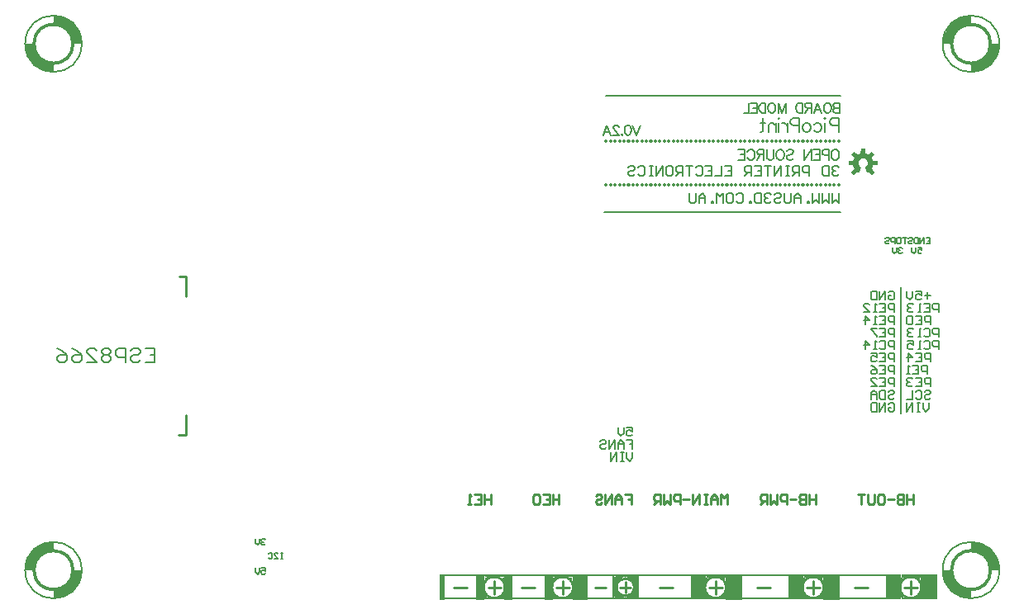
<source format=gbo>
G04 Layer_Color=32896*
%FSLAX44Y44*%
%MOMM*%
G71*
G01*
G75*
%ADD54C,0.3000*%
%ADD55C,0.2000*%
%ADD95C,0.1500*%
%ADD96C,0.1270*%
%ADD98C,0.2540*%
%ADD104R,0.2540X0.2881*%
%ADD105R,0.1778X0.1270*%
%ADD106R,0.3169X0.1119*%
%ADD107R,0.1270X0.3862*%
%ADD108R,0.5080X0.3810*%
%ADD109R,0.3810X0.3810*%
%ADD110R,0.2540X0.3810*%
%ADD111R,0.2540X0.3532*%
%ADD113R,2.1590X0.2088*%
%ADD118R,2.1590X0.2870*%
%ADD120R,0.8110X2.5000*%
%ADD123R,0.2730X2.5230*%
%ADD124R,0.3090X2.5230*%
%ADD125R,2.1590X0.2318*%
%ADD126R,0.2540X0.3111*%
%ADD186C,0.2032*%
%ADD187R,1.5240X2.5500*%
%ADD188R,1.6580X2.5500*%
%ADD189R,2.1590X0.3370*%
%ADD190R,1.6580X2.5000*%
%ADD191R,46.3000X0.2000*%
%ADD192R,45.6000X0.2000*%
%ADD193R,1.6260X2.5000*%
%ADD194R,0.9260X2.5000*%
%ADD195R,0.6000X2.5000*%
G36*
X949850Y26750D02*
X951150Y25450D01*
Y21550D01*
X955050Y17650D01*
Y17000D01*
X959600Y12450D01*
X960900D01*
X962850Y10500D01*
X969500D01*
X970000Y10000D01*
Y1000D01*
X965200D01*
X962850Y2050D01*
X958950Y2700D01*
X957000Y4650D01*
X955050D01*
X950500Y9200D01*
X949850D01*
X945300Y13750D01*
Y15700D01*
X943350Y17650D01*
Y20250D01*
X941400Y22200D01*
Y26750D01*
X940750Y27400D01*
Y30000D01*
X949850D01*
Y26750D01*
D02*
G37*
G36*
X30000Y50150D02*
X26750D01*
X25450Y48850D01*
X21550D01*
X17650Y44950D01*
X17000D01*
X12450Y40400D01*
Y39100D01*
X10500Y37150D01*
Y30500D01*
X10000Y30000D01*
X1000D01*
Y34800D01*
X2050Y37150D01*
X2700Y41050D01*
X4650Y43000D01*
Y44950D01*
X9200Y49500D01*
Y50150D01*
X13750Y54700D01*
X15700D01*
X17650Y56650D01*
X20250D01*
X22200Y58600D01*
X26750D01*
X27400Y59250D01*
X30000D01*
Y50150D01*
D02*
G37*
G36*
X59000Y25200D02*
X57950Y22850D01*
X57300Y18950D01*
X55350Y17000D01*
Y15050D01*
X50800Y10500D01*
Y9850D01*
X46250Y5300D01*
X44300D01*
X42350Y3350D01*
X39750D01*
X37800Y1400D01*
X33250D01*
X32600Y750D01*
X30000D01*
Y9850D01*
X33250D01*
X34550Y11150D01*
X38450D01*
X42350Y15050D01*
X43000D01*
X47550Y19600D01*
Y20900D01*
X49500Y22850D01*
Y29500D01*
X50000Y30000D01*
X59000D01*
Y25200D01*
D02*
G37*
G36*
X614000Y23000D02*
X608900Y17200D01*
X607100Y12478D01*
X610556Y6156D01*
X614700Y3600D01*
X615400Y500D01*
X607100Y1800D01*
X606200D01*
X603250Y4750D01*
X603100Y23000D01*
X614000Y23000D01*
D02*
G37*
G36*
X628650Y4750D02*
X625700Y1800D01*
X624800D01*
X616500Y500D01*
X617200Y3600D01*
X621344Y6156D01*
X624800Y12478D01*
X623000Y17200D01*
X618000Y23000D01*
X628800Y23000D01*
X628650Y4750D01*
D02*
G37*
G36*
X977150Y57950D02*
X981050Y57300D01*
X983000Y55350D01*
X984950D01*
X989500Y50800D01*
X990150D01*
X994700Y46250D01*
Y44300D01*
X996650Y42350D01*
Y39750D01*
X998600Y37800D01*
Y33250D01*
X999250Y32600D01*
Y30000D01*
X990150D01*
Y33250D01*
X988850Y34550D01*
Y38450D01*
X984950Y42350D01*
Y43000D01*
X980400Y47550D01*
X979100D01*
X977150Y49500D01*
X970500D01*
X970000Y50000D01*
Y59000D01*
X974800D01*
X977150Y57950D01*
D02*
G37*
G36*
X37150Y597950D02*
X41050Y597300D01*
X43000Y595350D01*
X44950D01*
X49500Y590800D01*
X50150D01*
X54700Y586250D01*
Y584300D01*
X56650Y582350D01*
Y579750D01*
X58600Y577800D01*
Y573250D01*
X59250Y572600D01*
Y570000D01*
X50150D01*
Y573250D01*
X48850Y574550D01*
Y578450D01*
X44950Y582350D01*
Y583000D01*
X40400Y587550D01*
X39100D01*
X37150Y589500D01*
X30500D01*
X30000Y590000D01*
Y599000D01*
X34800D01*
X37150Y597950D01*
D02*
G37*
G36*
X970000Y590150D02*
X966750D01*
X965450Y588850D01*
X961550D01*
X957650Y584950D01*
X957000D01*
X952450Y580400D01*
Y579100D01*
X950500Y577150D01*
Y570500D01*
X950000Y570000D01*
X941000D01*
Y574800D01*
X942050Y577150D01*
X942700Y581050D01*
X944650Y583000D01*
Y584950D01*
X949200Y589500D01*
Y590150D01*
X953750Y594700D01*
X955700D01*
X957650Y596650D01*
X960250D01*
X962200Y598600D01*
X966750D01*
X967400Y599250D01*
X970000D01*
Y590150D01*
D02*
G37*
G36*
X9850Y566750D02*
X11150Y565450D01*
Y561550D01*
X15050Y557650D01*
Y557000D01*
X19600Y552450D01*
X20900D01*
X22850Y550500D01*
X29500D01*
X30000Y550000D01*
Y541000D01*
X25200D01*
X22850Y542050D01*
X18950Y542700D01*
X17000Y544650D01*
X15050D01*
X10500Y549200D01*
X9850D01*
X5300Y553750D01*
Y555700D01*
X3350Y557650D01*
Y560250D01*
X1400Y562200D01*
Y566750D01*
X750Y567400D01*
Y570000D01*
X9850D01*
Y566750D01*
D02*
G37*
G36*
X861820Y457660D02*
X862236Y457568D01*
X863050Y457315D01*
X863840Y456996D01*
X864602Y456613D01*
X864965Y456390D01*
X868735Y459438D01*
X871320Y456898D01*
X868246Y453088D01*
X868471Y452737D01*
X868861Y452001D01*
X869188Y451235D01*
X869451Y450445D01*
X869549Y450040D01*
X869549D01*
X874388Y449532D01*
Y445672D01*
X869549Y445180D01*
X869453Y444763D01*
X869192Y443948D01*
X868865Y443158D01*
X868473Y442398D01*
X868246Y442035D01*
D01*
Y442035D01*
Y442035D01*
X871320Y438265D01*
X868735Y435680D01*
X864965Y438754D01*
X864784Y438641D01*
X864412Y438429D01*
X864032Y438234D01*
X863644Y438054D01*
X863447Y437972D01*
X861294Y443169D01*
X861910Y443479D01*
X862974Y444352D01*
X863738Y445496D01*
X864137Y446812D01*
X864188Y447500D01*
X864124Y448362D01*
X863545Y449982D01*
X862431Y451294D01*
X860927Y452130D01*
X859225Y452383D01*
X857543Y452020D01*
X856097Y451087D01*
X855071Y449706D01*
X854598Y448051D01*
X854738Y446336D01*
X855473Y444780D01*
X856710Y443583D01*
X857468Y443169D01*
X857468Y443169D01*
X855436Y437972D01*
X855238Y438054D01*
X854848Y438233D01*
X854467Y438429D01*
X854094Y438641D01*
X853912Y438754D01*
Y438754D01*
X850102Y435680D01*
X847562Y438265D01*
X850610Y442035D01*
X850387Y442398D01*
X850004Y443159D01*
X849685Y443950D01*
X849432Y444764D01*
X849340Y445180D01*
X849340Y445180D01*
X844514Y445672D01*
Y449532D01*
X849340Y450040D01*
X849434Y450444D01*
X849689Y451234D01*
X850008Y452000D01*
X850389Y452737D01*
X850610Y453088D01*
X847562Y456898D01*
X850102Y459438D01*
X853912Y456390D01*
X854263Y456611D01*
X855000Y456992D01*
X855766Y457311D01*
X856556Y457566D01*
X856960Y457660D01*
X856960Y457660D01*
X857468Y462486D01*
X861328D01*
X861820Y457660D01*
D02*
G37*
G36*
X999000Y565200D02*
X997950Y562850D01*
X997300Y558950D01*
X995350Y557000D01*
Y555050D01*
X990800Y550500D01*
Y549850D01*
X986250Y545300D01*
X984300D01*
X982350Y543350D01*
X979750D01*
X977800Y541400D01*
X973250D01*
X972600Y540750D01*
X970000D01*
Y549850D01*
X973250D01*
X974550Y551150D01*
X978450D01*
X982350Y555050D01*
X983000D01*
X987550Y559600D01*
Y560900D01*
X989500Y562850D01*
Y569500D01*
X990000Y570000D01*
X999000D01*
Y565200D01*
D02*
G37*
D54*
X990000Y30000D02*
G03*
X990000Y30000I-20000J0D01*
G01*
X50000D02*
G03*
X50000Y30000I-20000J0D01*
G01*
X990000Y570000D02*
G03*
X990000Y570000I-20000J0D01*
G01*
X50000D02*
G03*
X50000Y570000I-20000J0D01*
G01*
D55*
X897890Y190500D02*
Y320040D01*
X885312Y213037D02*
X886812Y214537D01*
X889810D01*
X891310Y213037D01*
Y211538D01*
X889810Y210039D01*
X886812D01*
X885312Y208539D01*
Y207040D01*
X886812Y205540D01*
X889810D01*
X891310Y207040D01*
X882313Y214537D02*
Y205540D01*
X877814D01*
X876315Y207040D01*
Y213037D01*
X877814Y214537D01*
X882313D01*
X873316Y205540D02*
Y211538D01*
X870317Y214537D01*
X867318Y211538D01*
Y205540D01*
Y210039D01*
X873316D01*
X922387Y213037D02*
X923886Y214537D01*
X926885D01*
X928385Y213037D01*
Y211538D01*
X926885Y210039D01*
X923886D01*
X922387Y208539D01*
Y207040D01*
X923886Y205540D01*
X926885D01*
X928385Y207040D01*
X913390Y213037D02*
X914889Y214537D01*
X917888D01*
X919388Y213037D01*
Y207040D01*
X917888Y205540D01*
X914889D01*
X913390Y207040D01*
X910391Y214537D02*
Y205540D01*
X904393D01*
X617181Y176487D02*
X623180D01*
Y171988D01*
X620181Y173488D01*
X618681D01*
X617181Y171988D01*
Y168989D01*
X618681Y167489D01*
X621680D01*
X623180Y168989D01*
X614182Y176487D02*
Y170488D01*
X611183Y167489D01*
X608184Y170488D01*
Y176487D01*
X623180Y150687D02*
Y144689D01*
X620181Y141690D01*
X617181Y144689D01*
Y150687D01*
X614182D02*
X611183D01*
X612683D01*
Y141690D01*
X614182D01*
X611183D01*
X606685D02*
Y150687D01*
X600687Y141690D01*
Y150687D01*
X617181Y163587D02*
X623180D01*
Y159088D01*
X620181D01*
X623180D01*
Y154590D01*
X614182D02*
Y160588D01*
X611183Y163587D01*
X608184Y160588D01*
Y154590D01*
Y159088D01*
X614182D01*
X605185Y154590D02*
Y163587D01*
X599187Y154590D01*
Y163587D01*
X590190Y162087D02*
X591690Y163587D01*
X594689D01*
X596188Y162087D01*
Y160588D01*
X594689Y159088D01*
X591690D01*
X590190Y157589D01*
Y156089D01*
X591690Y154590D01*
X594689D01*
X596188Y156089D01*
X928385Y311838D02*
X922387D01*
X925386Y314838D02*
Y308839D01*
X913390Y316337D02*
X919388D01*
Y311838D01*
X916389Y313338D01*
X914889D01*
X913390Y311838D01*
Y308839D01*
X914889Y307340D01*
X917888D01*
X919388Y308839D01*
X910391Y316337D02*
Y310339D01*
X907392Y307340D01*
X904393Y310339D01*
Y316337D01*
X885312Y314838D02*
X886812Y316337D01*
X889810D01*
X891310Y314838D01*
Y308839D01*
X889810Y307340D01*
X886812D01*
X885312Y308839D01*
Y311838D01*
X888311D01*
X882313Y307340D02*
Y316337D01*
X876315Y307340D01*
Y316337D01*
X873316D02*
Y307340D01*
X868817D01*
X867318Y308839D01*
Y314838D01*
X868817Y316337D01*
X873316D01*
X936715Y294640D02*
Y303637D01*
X932217D01*
X930717Y302138D01*
Y299139D01*
X932217Y297639D01*
X936715D01*
X921720Y303637D02*
X927718D01*
Y294640D01*
X921720D01*
X927718Y299139D02*
X924719D01*
X918721Y294640D02*
X915722D01*
X917222D01*
Y303637D01*
X918721Y302138D01*
X911224D02*
X909724Y303637D01*
X906725D01*
X905226Y302138D01*
Y300638D01*
X906725Y299139D01*
X908225D01*
X906725D01*
X905226Y297639D01*
Y296140D01*
X906725Y294640D01*
X909724D01*
X911224Y296140D01*
X928385Y281940D02*
Y290937D01*
X923886D01*
X922387Y289438D01*
Y286439D01*
X923886Y284939D01*
X928385D01*
X913390Y290937D02*
X919388D01*
Y281940D01*
X913390D01*
X919388Y286439D02*
X916389D01*
X910391Y289438D02*
X908891Y290937D01*
X905892D01*
X904393Y289438D01*
Y283440D01*
X905892Y281940D01*
X908891D01*
X910391Y283440D01*
Y289438D01*
X936715Y269240D02*
Y278237D01*
X932217D01*
X930717Y276738D01*
Y273738D01*
X932217Y272239D01*
X936715D01*
X921720Y276738D02*
X923220Y278237D01*
X926219D01*
X927718Y276738D01*
Y270739D01*
X926219Y269240D01*
X923220D01*
X921720Y270739D01*
X918721Y269240D02*
X915722D01*
X917222D01*
Y278237D01*
X918721Y276738D01*
X911224D02*
X909724Y278237D01*
X906725D01*
X905226Y276738D01*
Y275238D01*
X906725Y273738D01*
X908225D01*
X906725D01*
X905226Y272239D01*
Y270739D01*
X906725Y269240D01*
X909724D01*
X911224Y270739D01*
X936715Y256540D02*
Y265537D01*
X932217D01*
X930717Y264038D01*
Y261038D01*
X932217Y259539D01*
X936715D01*
X921720Y264038D02*
X923220Y265537D01*
X926219D01*
X927718Y264038D01*
Y258039D01*
X926219Y256540D01*
X923220D01*
X921720Y258039D01*
X918721Y256540D02*
X915722D01*
X917222D01*
Y265537D01*
X918721Y264038D01*
X905226Y265537D02*
X911224D01*
Y261038D01*
X908225Y262538D01*
X906725D01*
X905226Y261038D01*
Y258039D01*
X906725Y256540D01*
X909724D01*
X911224Y258039D01*
X928385Y243840D02*
Y252837D01*
X923886D01*
X922387Y251338D01*
Y248339D01*
X923886Y246839D01*
X928385D01*
X913390Y252837D02*
X919388D01*
Y243840D01*
X913390D01*
X919388Y248339D02*
X916389D01*
X905892Y243840D02*
Y252837D01*
X910391Y248339D01*
X904393D01*
X925053Y231140D02*
Y240137D01*
X920554D01*
X919054Y238638D01*
Y235639D01*
X920554Y234139D01*
X925053D01*
X910057Y240137D02*
X916056D01*
Y231140D01*
X910057D01*
X916056Y235639D02*
X913056D01*
X907058Y231140D02*
X904059D01*
X905559D01*
Y240137D01*
X907058Y238638D01*
X928385Y218440D02*
Y227437D01*
X923886D01*
X922387Y225938D01*
Y222938D01*
X923886Y221439D01*
X928385D01*
X913390Y227437D02*
X919388D01*
Y218440D01*
X913390D01*
X919388Y222938D02*
X916389D01*
X910391Y225938D02*
X908891Y227437D01*
X905892D01*
X904393Y225938D01*
Y224438D01*
X905892Y222938D01*
X907392D01*
X905892D01*
X904393Y221439D01*
Y219939D01*
X905892Y218440D01*
X908891D01*
X910391Y219939D01*
X926719Y201537D02*
Y195539D01*
X923720Y192540D01*
X920721Y195539D01*
Y201537D01*
X917722D02*
X914723D01*
X916222D01*
Y192540D01*
X917722D01*
X914723D01*
X910224D02*
Y201537D01*
X904226Y192540D01*
Y201537D01*
X891310Y294640D02*
Y303637D01*
X886812D01*
X885312Y302138D01*
Y299139D01*
X886812Y297639D01*
X891310D01*
X876315Y303637D02*
X882313D01*
Y294640D01*
X876315D01*
X882313Y299139D02*
X879314D01*
X873316Y294640D02*
X870317D01*
X871816D01*
Y303637D01*
X873316Y302138D01*
X859820Y294640D02*
X865818D01*
X859820Y300638D01*
Y302138D01*
X861320Y303637D01*
X864319D01*
X865818Y302138D01*
X891310Y281940D02*
Y290937D01*
X886812D01*
X885312Y289438D01*
Y286439D01*
X886812Y284939D01*
X891310D01*
X876315Y290937D02*
X882313D01*
Y281940D01*
X876315D01*
X882313Y286439D02*
X879314D01*
X873316Y281940D02*
X870317D01*
X871816D01*
Y290937D01*
X873316Y289438D01*
X861320Y281940D02*
Y290937D01*
X865818Y286439D01*
X859820D01*
X891310Y269240D02*
Y278237D01*
X886812D01*
X885312Y276738D01*
Y273738D01*
X886812Y272239D01*
X891310D01*
X876315Y278237D02*
X882313D01*
Y269240D01*
X876315D01*
X882313Y273738D02*
X879314D01*
X873316Y278237D02*
X867318D01*
Y276738D01*
X873316Y270739D01*
Y269240D01*
X891310Y256540D02*
Y265537D01*
X886812D01*
X885312Y264038D01*
Y261038D01*
X886812Y259539D01*
X891310D01*
X876315Y264038D02*
X877814Y265537D01*
X880813D01*
X882313Y264038D01*
Y258039D01*
X880813Y256540D01*
X877814D01*
X876315Y258039D01*
X873316Y256540D02*
X870317D01*
X871816D01*
Y265537D01*
X873316Y264038D01*
X861320Y256540D02*
Y265537D01*
X865818Y261038D01*
X859820D01*
X891310Y243840D02*
Y252837D01*
X886812D01*
X885312Y251338D01*
Y248339D01*
X886812Y246839D01*
X891310D01*
X876315Y252837D02*
X882313D01*
Y243840D01*
X876315D01*
X882313Y248339D02*
X879314D01*
X867318Y252837D02*
X873316D01*
Y248339D01*
X870317Y249838D01*
X868817D01*
X867318Y248339D01*
Y245340D01*
X868817Y243840D01*
X871816D01*
X873316Y245340D01*
X891310Y231140D02*
Y240137D01*
X886812D01*
X885312Y238638D01*
Y235639D01*
X886812Y234139D01*
X891310D01*
X876315Y240137D02*
X882313D01*
Y231140D01*
X876315D01*
X882313Y235639D02*
X879314D01*
X867318Y240137D02*
X870317Y238638D01*
X873316Y235639D01*
Y232640D01*
X871816Y231140D01*
X868817D01*
X867318Y232640D01*
Y234139D01*
X868817Y235639D01*
X873316D01*
X891310Y218440D02*
Y227437D01*
X886812D01*
X885312Y225938D01*
Y222938D01*
X886812Y221439D01*
X891310D01*
X876315Y227437D02*
X882313D01*
Y218440D01*
X876315D01*
X882313Y222938D02*
X879314D01*
X867318Y218440D02*
X873316D01*
X867318Y224438D01*
Y225938D01*
X868817Y227437D01*
X871816D01*
X873316Y225938D01*
X885312Y200038D02*
X886812Y201537D01*
X889810D01*
X891310Y200038D01*
Y194039D01*
X889810Y192540D01*
X886812D01*
X885312Y194039D01*
Y197038D01*
X888311D01*
X882313Y192540D02*
Y201537D01*
X876315Y192540D01*
Y201537D01*
X873316D02*
Y192540D01*
X868817D01*
X867318Y194039D01*
Y200038D01*
X868817Y201537D01*
X873316D01*
X834494Y486179D02*
X828508D01*
X826513Y486844D01*
X825848Y487509D01*
X825183Y488839D01*
Y490835D01*
X825848Y492165D01*
X826513Y492830D01*
X828508Y493495D01*
X834494D01*
Y479528D01*
X820726Y493495D02*
X820061Y492830D01*
X819396Y493495D01*
X820061Y494160D01*
X820726Y493495D01*
X820061Y488839D02*
Y479528D01*
X808954Y486844D02*
X810285Y488174D01*
X811615Y488839D01*
X813610D01*
X814940Y488174D01*
X816270Y486844D01*
X816935Y484849D01*
Y483519D01*
X816270Y481523D01*
X814940Y480193D01*
X813610Y479528D01*
X811615D01*
X810285Y480193D01*
X808954Y481523D01*
X802636Y488839D02*
X803966Y488174D01*
X805296Y486844D01*
X805961Y484849D01*
Y483519D01*
X805296Y481523D01*
X803966Y480193D01*
X802636Y479528D01*
X800641D01*
X799310Y480193D01*
X797980Y481523D01*
X797315Y483519D01*
Y484849D01*
X797980Y486844D01*
X799310Y488174D01*
X800641Y488839D01*
X802636D01*
X794256Y486179D02*
X788270D01*
X786274Y486844D01*
X785609Y487509D01*
X784944Y488839D01*
Y490835D01*
X785609Y492165D01*
X786274Y492830D01*
X788270Y493495D01*
X794256D01*
Y479528D01*
X781818Y488839D02*
Y479528D01*
Y484849D02*
X781153Y486844D01*
X779823Y488174D01*
X778493Y488839D01*
X776498D01*
X773904Y493495D02*
X773239Y492830D01*
X772574Y493495D01*
X773239Y494160D01*
X773904Y493495D01*
X773239Y488839D02*
Y479528D01*
X770113Y488839D02*
Y479528D01*
Y486179D02*
X768117Y488174D01*
X766787Y488839D01*
X764792D01*
X763462Y488174D01*
X762797Y486179D01*
Y479528D01*
X757143Y493495D02*
Y482188D01*
X756478Y480193D01*
X755148Y479528D01*
X753818D01*
X759139Y488839D02*
X754483D01*
D95*
X999000Y30000D02*
G03*
X999000Y30000I-29000J0D01*
G01*
X59000D02*
G03*
X59000Y30000I-29000J0D01*
G01*
X999000Y570000D02*
G03*
X999000Y570000I-29000J0D01*
G01*
X59000D02*
G03*
X59000Y570000I-29000J0D01*
G01*
X265000Y47816D02*
X263000D01*
X264000D01*
Y41818D01*
X265000D01*
X263000D01*
X256003D02*
X260001D01*
X256003Y45816D01*
Y46816D01*
X257002Y47816D01*
X259002D01*
X260001Y46816D01*
X250005D02*
X251004Y47816D01*
X253004D01*
X254003Y46816D01*
Y42817D01*
X253004Y41818D01*
X251004D01*
X250005Y42817D01*
X247000Y60998D02*
X246000Y61998D01*
X244001D01*
X243001Y60998D01*
Y59998D01*
X244001Y58999D01*
X245000D01*
X244001D01*
X243001Y57999D01*
Y56999D01*
X244001Y56000D01*
X246000D01*
X247000Y56999D01*
X241002Y61998D02*
Y57999D01*
X239002Y56000D01*
X237003Y57999D01*
Y61998D01*
X243001Y31998D02*
X247000D01*
Y28999D01*
X245000Y29998D01*
X244001D01*
X243001Y28999D01*
Y26999D01*
X244001Y26000D01*
X246000D01*
X247000Y26999D01*
X241002Y31998D02*
Y27999D01*
X239002Y26000D01*
X237003Y27999D01*
Y31998D01*
X924001Y370998D02*
X928000D01*
Y365000D01*
X924001D01*
X928000Y367999D02*
X926001D01*
X922002Y365000D02*
Y370998D01*
X918003Y365000D01*
Y370998D01*
X916004D02*
Y365000D01*
X913005D01*
X912005Y366000D01*
Y369998D01*
X913005Y370998D01*
X916004D01*
X906007Y369998D02*
X907007Y370998D01*
X909006D01*
X910006Y369998D01*
Y368999D01*
X909006Y367999D01*
X907007D01*
X906007Y366999D01*
Y366000D01*
X907007Y365000D01*
X909006D01*
X910006Y366000D01*
X904008Y370998D02*
X900009D01*
X902008D01*
Y365000D01*
X895011Y370998D02*
X897010D01*
X898010Y369998D01*
Y366000D01*
X897010Y365000D01*
X895011D01*
X894011Y366000D01*
Y369998D01*
X895011Y370998D01*
X892012Y365000D02*
Y370998D01*
X889013D01*
X888013Y369998D01*
Y367999D01*
X889013Y366999D01*
X892012D01*
X882015Y369998D02*
X883015Y370998D01*
X885014D01*
X886014Y369998D01*
Y368999D01*
X885014Y367999D01*
X883015D01*
X882015Y366999D01*
Y366000D01*
X883015Y365000D01*
X885014D01*
X886014Y366000D01*
X915501Y360998D02*
X919500D01*
Y357999D01*
X917501Y358999D01*
X916501D01*
X915501Y357999D01*
Y356000D01*
X916501Y355000D01*
X918500D01*
X919500Y356000D01*
X913502Y360998D02*
Y356999D01*
X911503Y355000D01*
X909503Y356999D01*
Y360998D01*
X899500Y359998D02*
X898500Y360998D01*
X896501D01*
X895501Y359998D01*
Y358998D01*
X896501Y357999D01*
X897500D01*
X896501D01*
X895501Y356999D01*
Y355999D01*
X896501Y355000D01*
X898500D01*
X899500Y355999D01*
X893502Y360998D02*
Y356999D01*
X891502Y355000D01*
X889503Y356999D01*
Y360998D01*
X124003Y257995D02*
X134000D01*
Y243000D01*
X124003D01*
X134000Y250498D02*
X129002D01*
X109008Y255496D02*
X111507Y257995D01*
X116506D01*
X119005Y255496D01*
Y252997D01*
X116506Y250498D01*
X111507D01*
X109008Y247998D01*
Y245499D01*
X111507Y243000D01*
X116506D01*
X119005Y245499D01*
X104010Y243000D02*
Y257995D01*
X96512D01*
X94013Y255496D01*
Y250498D01*
X96512Y247998D01*
X104010D01*
X89015Y255496D02*
X86515Y257995D01*
X81517D01*
X79018Y255496D01*
Y252997D01*
X81517Y250498D01*
X79018Y247998D01*
Y245499D01*
X81517Y243000D01*
X86515D01*
X89015Y245499D01*
Y247998D01*
X86515Y250498D01*
X89015Y252997D01*
Y255496D01*
X86515Y250498D02*
X81517D01*
X64023Y243000D02*
X74019D01*
X64023Y252997D01*
Y255496D01*
X66522Y257995D01*
X71520D01*
X74019Y255496D01*
X49028Y257995D02*
X54026Y255496D01*
X59024Y250498D01*
Y245499D01*
X56525Y243000D01*
X51527D01*
X49028Y245499D01*
Y247998D01*
X51527Y250498D01*
X59024D01*
X34032Y257995D02*
X39031Y255496D01*
X44029Y250498D01*
Y245499D01*
X41530Y243000D01*
X36532D01*
X34032Y245499D01*
Y247998D01*
X36532Y250498D01*
X44029D01*
D96*
X631040Y486638D02*
X627170Y476480D01*
X623301Y486638D02*
X627170Y476480D01*
X619092Y486638D02*
X620544Y486154D01*
X621511Y484703D01*
X621995Y482285D01*
Y480834D01*
X621511Y478415D01*
X620544Y476964D01*
X619092Y476480D01*
X618125D01*
X616674Y476964D01*
X615706Y478415D01*
X615223Y480834D01*
Y482285D01*
X615706Y484703D01*
X616674Y486154D01*
X618125Y486638D01*
X619092D01*
X612466Y477448D02*
X612949Y476964D01*
X612466Y476480D01*
X611982Y476964D01*
X612466Y477448D01*
X609273Y484219D02*
Y484703D01*
X608789Y485671D01*
X608306Y486154D01*
X607338Y486638D01*
X605404D01*
X604436Y486154D01*
X603952Y485671D01*
X603469Y484703D01*
Y483736D01*
X603952Y482768D01*
X604920Y481317D01*
X609757Y476480D01*
X602985D01*
X592972D02*
X596842Y486638D01*
X600712Y476480D01*
X599260Y479866D02*
X594423D01*
X835764Y509244D02*
Y499086D01*
Y509244D02*
X831411D01*
X829959Y508760D01*
X829476Y508276D01*
X828992Y507309D01*
Y506342D01*
X829476Y505374D01*
X829959Y504891D01*
X831411Y504407D01*
X835764D02*
X831411D01*
X829959Y503923D01*
X829476Y503439D01*
X828992Y502472D01*
Y501021D01*
X829476Y500053D01*
X829959Y499570D01*
X831411Y499086D01*
X835764D01*
X823816Y509244D02*
X824784Y508760D01*
X825751Y507793D01*
X826235Y506825D01*
X826719Y505374D01*
Y502956D01*
X826235Y501505D01*
X825751Y500537D01*
X824784Y499570D01*
X823816Y499086D01*
X821882D01*
X820914Y499570D01*
X819947Y500537D01*
X819463Y501505D01*
X818979Y502956D01*
Y505374D01*
X819463Y506825D01*
X819947Y507793D01*
X820914Y508760D01*
X821882Y509244D01*
X823816D01*
X808870Y499086D02*
X812739Y509244D01*
X816609Y499086D01*
X815158Y502472D02*
X810321D01*
X806500Y509244D02*
Y499086D01*
Y509244D02*
X802146D01*
X800695Y508760D01*
X800212Y508276D01*
X799728Y507309D01*
Y506342D01*
X800212Y505374D01*
X800695Y504891D01*
X802146Y504407D01*
X806500D01*
X803114D02*
X799728Y499086D01*
X797454Y509244D02*
Y499086D01*
Y509244D02*
X794069D01*
X792617Y508760D01*
X791650Y507793D01*
X791166Y506825D01*
X790683Y505374D01*
Y502956D01*
X791166Y501505D01*
X791650Y500537D01*
X792617Y499570D01*
X794069Y499086D01*
X797454D01*
X780428Y509244D02*
Y499086D01*
Y509244D02*
X776558Y499086D01*
X772689Y509244D02*
X776558Y499086D01*
X772689Y509244D02*
Y499086D01*
X766884Y509244D02*
X767852Y508760D01*
X768819Y507793D01*
X769303Y506825D01*
X769787Y505374D01*
Y502956D01*
X769303Y501505D01*
X768819Y500537D01*
X767852Y499570D01*
X766884Y499086D01*
X764949D01*
X763982Y499570D01*
X763015Y500537D01*
X762531Y501505D01*
X762047Y502956D01*
Y505374D01*
X762531Y506825D01*
X763015Y507793D01*
X763982Y508760D01*
X764949Y509244D01*
X766884D01*
X759677D02*
Y499086D01*
Y509244D02*
X756291D01*
X754840Y508760D01*
X753873Y507793D01*
X753389Y506825D01*
X752905Y505374D01*
Y502956D01*
X753389Y501505D01*
X753873Y500537D01*
X754840Y499570D01*
X756291Y499086D01*
X759677D01*
X744343Y509244D02*
X750632D01*
Y499086D01*
X744343D01*
X750632Y504407D02*
X746762D01*
X742651Y509244D02*
Y499086D01*
X736846D01*
D98*
X919185Y12248D02*
G03*
X919185Y12248I-10925J0D01*
G01*
X819185D02*
G03*
X819185Y12248I-10925J0D01*
G01*
X719185D02*
G03*
X719185Y12248I-10925J0D01*
G01*
X624900Y12478D02*
G03*
X624900Y12478I-9000J0D01*
G01*
X562505Y12248D02*
G03*
X562505Y12248I-10925J0D01*
G01*
X492505D02*
G03*
X492505Y12248I-10925J0D01*
G01*
X157760Y168350D02*
X165380D01*
Y188670D01*
Y310590D02*
Y330910D01*
X159030D02*
X165380D01*
X911000Y107997D02*
Y98000D01*
Y102998D01*
X904335D01*
Y107997D01*
Y98000D01*
X901003Y107997D02*
Y98000D01*
X896005D01*
X894339Y99666D01*
Y101332D01*
X896005Y102998D01*
X901003D01*
X896005D01*
X894339Y104664D01*
Y106330D01*
X896005Y107997D01*
X901003D01*
X891006Y102998D02*
X884342D01*
X876011Y107997D02*
X879343D01*
X881010Y106330D01*
Y99666D01*
X879343Y98000D01*
X876011D01*
X874345Y99666D01*
Y106330D01*
X876011Y107997D01*
X871013D02*
Y99666D01*
X869347Y98000D01*
X866014D01*
X864348Y99666D01*
Y107997D01*
X861016D02*
X854352D01*
X857684D01*
Y98000D01*
X901910Y12085D02*
X915239D01*
X908574Y18749D02*
Y5420D01*
X851110Y12085D02*
X864439D01*
X751110D02*
X764439D01*
X801910D02*
X815239D01*
X808574Y18749D02*
Y5420D01*
X811000Y107997D02*
Y98000D01*
Y102998D01*
X804335D01*
Y107997D01*
Y98000D01*
X801003Y107997D02*
Y98000D01*
X796005D01*
X794339Y99666D01*
Y101332D01*
X796005Y102998D01*
X801003D01*
X796005D01*
X794339Y104664D01*
Y106330D01*
X796005Y107997D01*
X801003D01*
X791006Y102998D02*
X784342D01*
X781010Y98000D02*
Y107997D01*
X776011D01*
X774345Y106330D01*
Y102998D01*
X776011Y101332D01*
X781010D01*
X771013Y107997D02*
Y98000D01*
X767681Y101332D01*
X764348Y98000D01*
Y107997D01*
X761016Y98000D02*
Y107997D01*
X756018D01*
X754352Y106330D01*
Y102998D01*
X756018Y101332D01*
X761016D01*
X757684D02*
X754352Y98000D01*
X651110Y12085D02*
X664439D01*
X701910D02*
X715239D01*
X708574Y18749D02*
Y5420D01*
X720000Y98000D02*
Y107997D01*
X716668Y104664D01*
X713335Y107997D01*
Y98000D01*
X710003D02*
Y104664D01*
X706671Y107997D01*
X703339Y104664D01*
Y98000D01*
Y102998D01*
X710003D01*
X700006Y107997D02*
X696674D01*
X698340D01*
Y98000D01*
X700006D01*
X696674D01*
X691676D02*
Y107997D01*
X685011Y98000D01*
Y107997D01*
X681679Y102998D02*
X675014D01*
X671682Y98000D02*
Y107997D01*
X666684D01*
X665018Y106330D01*
Y102998D01*
X666684Y101332D01*
X671682D01*
X661685Y107997D02*
Y98000D01*
X658353Y101332D01*
X655021Y98000D01*
Y107997D01*
X651689Y98000D02*
Y107997D01*
X646690D01*
X645024Y106330D01*
Y102998D01*
X646690Y101332D01*
X651689D01*
X648356D02*
X645024Y98000D01*
X584850Y12215D02*
X596179D01*
X610250Y12415D02*
X621580D01*
X615915Y18080D02*
Y6750D01*
X615336Y107997D02*
X622000D01*
Y102998D01*
X618668D01*
X622000D01*
Y98000D01*
X612003D02*
Y104664D01*
X608671Y107997D01*
X605339Y104664D01*
Y98000D01*
Y102998D01*
X612003D01*
X602006Y98000D02*
Y107997D01*
X595342Y98000D01*
Y107997D01*
X585345Y106331D02*
X587011Y107997D01*
X590344D01*
X592010Y106331D01*
Y104664D01*
X590344Y102998D01*
X587011D01*
X585345Y101332D01*
Y99666D01*
X587011Y98000D01*
X590344D01*
X592010Y99666D01*
X509430Y12084D02*
X522759D01*
X545230D02*
X558559D01*
X551894Y18749D02*
Y5420D01*
X475230Y12084D02*
X488559D01*
X481894Y18749D02*
Y5420D01*
X439930Y12084D02*
X453259D01*
X548000Y107997D02*
Y98000D01*
Y102998D01*
X541335D01*
Y107997D01*
Y98000D01*
X531339Y107997D02*
X538003D01*
Y98000D01*
X531339D01*
X538003Y102998D02*
X534671D01*
X528006Y106330D02*
X526340Y107997D01*
X523008D01*
X521342Y106330D01*
Y99666D01*
X523008Y98000D01*
X526340D01*
X528006Y99666D01*
Y106330D01*
X478000Y107997D02*
Y98000D01*
Y102998D01*
X471335D01*
Y107997D01*
Y98000D01*
X461339Y107997D02*
X468003D01*
Y98000D01*
X461339D01*
X468003Y102998D02*
X464671D01*
X458006Y98000D02*
X454674D01*
X456340D01*
Y107997D01*
X458006Y106330D01*
X834494Y426442D02*
Y425526D01*
X833578D01*
Y426442D01*
X834494D01*
X829912D02*
Y425526D01*
X828996D01*
Y426442D01*
X829912D01*
X825330D02*
Y425526D01*
X824414D01*
Y426442D01*
X825330D01*
X820748D02*
Y425526D01*
X819832D01*
Y426442D01*
X820748D01*
X816167D02*
Y425526D01*
X815250D01*
Y426442D01*
X816167D01*
X811585D02*
Y425526D01*
X810668D01*
Y426442D01*
X811585D01*
X807003D02*
Y425526D01*
X806086D01*
Y426442D01*
X807003D01*
X802421D02*
Y425526D01*
X801505D01*
Y426442D01*
X802421D01*
X797839D02*
Y425526D01*
X796923D01*
Y426442D01*
X797839D01*
X793257D02*
Y425526D01*
X792341D01*
Y426442D01*
X793257D01*
X788675D02*
Y425526D01*
X787759D01*
Y426442D01*
X788675D01*
X784093D02*
Y425526D01*
X783177D01*
Y426442D01*
X784093D01*
X779512D02*
Y425526D01*
X778595D01*
Y426442D01*
X779512D01*
X774930D02*
Y425526D01*
X774013D01*
Y426442D01*
X774930D01*
X770348D02*
Y425526D01*
X769432D01*
Y426442D01*
X770348D01*
X765766D02*
Y425526D01*
X764850D01*
Y426442D01*
X765766D01*
X761184D02*
Y425526D01*
X760268D01*
Y426442D01*
X761184D01*
X756602D02*
Y425526D01*
X755686D01*
Y426442D01*
X756602D01*
X752020D02*
Y425526D01*
X751104D01*
Y426442D01*
X752020D01*
X747439D02*
Y425526D01*
X746522D01*
Y426442D01*
X747439D01*
X742857D02*
Y425526D01*
X741941D01*
Y426442D01*
X742857D01*
X738275D02*
Y425526D01*
X737359D01*
Y426442D01*
X738275D01*
X733693D02*
Y425526D01*
X732777D01*
Y426442D01*
X733693D01*
X729111D02*
Y425526D01*
X728195D01*
Y426442D01*
X729111D01*
X724529D02*
Y425526D01*
X723613D01*
Y426442D01*
X724529D01*
X719948D02*
Y425526D01*
X719031D01*
Y426442D01*
X719948D01*
X715366D02*
Y425526D01*
X714449D01*
Y426442D01*
X715366D01*
X710784D02*
Y425526D01*
X709867D01*
Y426442D01*
X710784D01*
X706202D02*
Y425526D01*
X705286D01*
Y426442D01*
X706202D01*
X701620D02*
Y425526D01*
X700704D01*
Y426442D01*
X701620D01*
X697038D02*
Y425526D01*
X696122D01*
Y426442D01*
X697038D01*
X692456D02*
Y425526D01*
X691540D01*
Y426442D01*
X692456D01*
X687875D02*
Y425526D01*
X686958D01*
Y426442D01*
X687875D01*
X683293D02*
Y425526D01*
X682376D01*
Y426442D01*
X683293D01*
X678711D02*
Y425526D01*
X677794D01*
Y426442D01*
X678711D01*
X674129D02*
Y425526D01*
X673213D01*
Y426442D01*
X674129D01*
X669547D02*
Y425526D01*
X668631D01*
Y426442D01*
X669547D01*
X664965D02*
Y425526D01*
X664049D01*
Y426442D01*
X664965D01*
X660383D02*
Y425526D01*
X659467D01*
Y426442D01*
X660383D01*
X655802D02*
Y425526D01*
X654885D01*
Y426442D01*
X655802D01*
X651220D02*
Y425526D01*
X650303D01*
Y426442D01*
X651220D01*
X646638D02*
Y425526D01*
X645722D01*
Y426442D01*
X646638D01*
X642056D02*
Y425526D01*
X641140D01*
Y426442D01*
X642056D01*
X637474D02*
Y425526D01*
X636558D01*
Y426442D01*
X637474D01*
X632892D02*
Y425526D01*
X631976D01*
Y426442D01*
X632892D01*
X628311D02*
Y425526D01*
X627394D01*
Y426442D01*
X628311D01*
X623729D02*
Y425526D01*
X622812D01*
Y426442D01*
X623729D01*
X619147D02*
Y425526D01*
X618230D01*
Y426442D01*
X619147D01*
X614565D02*
Y425526D01*
X613648D01*
Y426442D01*
X614565D01*
X609983D02*
Y425526D01*
X609067D01*
Y426442D01*
X609983D01*
X605401D02*
Y425526D01*
X604485D01*
Y426442D01*
X605401D01*
X600819D02*
Y425526D01*
X599903D01*
Y426442D01*
X600819D01*
X596237D02*
Y425526D01*
X595321D01*
Y426442D01*
X596237D01*
X834494Y471400D02*
Y470484D01*
X833578D01*
Y471400D01*
X834494D01*
X829912D02*
Y470484D01*
X828996D01*
Y471400D01*
X829912D01*
X825330D02*
Y470484D01*
X824414D01*
Y471400D01*
X825330D01*
X820748D02*
Y470484D01*
X819832D01*
Y471400D01*
X820748D01*
X816167D02*
Y470484D01*
X815250D01*
Y471400D01*
X816167D01*
X811585D02*
Y470484D01*
X810668D01*
Y471400D01*
X811585D01*
X807003D02*
Y470484D01*
X806086D01*
Y471400D01*
X807003D01*
X802421D02*
Y470484D01*
X801505D01*
Y471400D01*
X802421D01*
X797839D02*
Y470484D01*
X796923D01*
Y471400D01*
X797839D01*
X793257D02*
Y470484D01*
X792341D01*
Y471400D01*
X793257D01*
X788675D02*
Y470484D01*
X787759D01*
Y471400D01*
X788675D01*
X784093D02*
Y470484D01*
X783177D01*
Y471400D01*
X784093D01*
X779512D02*
Y470484D01*
X778595D01*
Y471400D01*
X779512D01*
X774930D02*
Y470484D01*
X774013D01*
Y471400D01*
X774930D01*
X770348D02*
Y470484D01*
X769432D01*
Y471400D01*
X770348D01*
X765766D02*
Y470484D01*
X764850D01*
Y471400D01*
X765766D01*
X761184D02*
Y470484D01*
X760268D01*
Y471400D01*
X761184D01*
X756602D02*
Y470484D01*
X755686D01*
Y471400D01*
X756602D01*
X752020D02*
Y470484D01*
X751104D01*
Y471400D01*
X752020D01*
X747439D02*
Y470484D01*
X746522D01*
Y471400D01*
X747439D01*
X742857D02*
Y470484D01*
X741941D01*
Y471400D01*
X742857D01*
X738275D02*
Y470484D01*
X737359D01*
Y471400D01*
X738275D01*
X733693D02*
Y470484D01*
X732777D01*
Y471400D01*
X733693D01*
X729111D02*
Y470484D01*
X728195D01*
Y471400D01*
X729111D01*
X724529D02*
Y470484D01*
X723613D01*
Y471400D01*
X724529D01*
X719948D02*
Y470484D01*
X719031D01*
Y471400D01*
X719948D01*
X715366D02*
Y470484D01*
X714449D01*
Y471400D01*
X715366D01*
X710784D02*
Y470484D01*
X709867D01*
Y471400D01*
X710784D01*
X706202D02*
Y470484D01*
X705286D01*
Y471400D01*
X706202D01*
X701620D02*
Y470484D01*
X700704D01*
Y471400D01*
X701620D01*
X697038D02*
Y470484D01*
X696122D01*
Y471400D01*
X697038D01*
X692456D02*
Y470484D01*
X691540D01*
Y471400D01*
X692456D01*
X687875D02*
Y470484D01*
X686958D01*
Y471400D01*
X687875D01*
X683293D02*
Y470484D01*
X682376D01*
Y471400D01*
X683293D01*
X678711D02*
Y470484D01*
X677794D01*
Y471400D01*
X678711D01*
X674129D02*
Y470484D01*
X673213D01*
Y471400D01*
X674129D01*
X669547D02*
Y470484D01*
X668631D01*
Y471400D01*
X669547D01*
X664965D02*
Y470484D01*
X664049D01*
Y471400D01*
X664965D01*
X660383D02*
Y470484D01*
X659467D01*
Y471400D01*
X660383D01*
X655802D02*
Y470484D01*
X654885D01*
Y471400D01*
X655802D01*
X651220D02*
Y470484D01*
X650303D01*
Y471400D01*
X651220D01*
X646638D02*
Y470484D01*
X645722D01*
Y471400D01*
X646638D01*
X642056D02*
Y470484D01*
X641140D01*
Y471400D01*
X642056D01*
X637474D02*
Y470484D01*
X636558D01*
Y471400D01*
X637474D01*
X632892D02*
Y470484D01*
X631976D01*
Y471400D01*
X632892D01*
X628311D02*
Y470484D01*
X627394D01*
Y471400D01*
X628311D01*
X623729D02*
Y470484D01*
X622812D01*
Y471400D01*
X623729D01*
X619147D02*
Y470484D01*
X618230D01*
Y471400D01*
X619147D01*
X614565D02*
Y470484D01*
X613648D01*
Y471400D01*
X614565D01*
X609983D02*
Y470484D01*
X609067D01*
Y471400D01*
X609983D01*
X605401D02*
Y470484D01*
X604485D01*
Y471400D01*
X605401D01*
X600819D02*
Y470484D01*
X599903D01*
Y471400D01*
X600819D01*
X596237D02*
Y470484D01*
X595321D01*
Y471400D01*
X596237D01*
D104*
X900640Y1440D02*
D03*
X800640D02*
D03*
X700640D02*
D03*
X543960Y1440D02*
D03*
X473960D02*
D03*
D105*
X914991Y2723D02*
D03*
X814991D02*
D03*
X714991D02*
D03*
X622131Y2953D02*
D03*
X558311Y2723D02*
D03*
X488311D02*
D03*
D106*
X916194Y21849D02*
D03*
X816194D02*
D03*
X716194D02*
D03*
X623334Y22079D02*
D03*
X559514Y21849D02*
D03*
X489514D02*
D03*
D107*
X901275Y23069D02*
D03*
X801275D02*
D03*
X701275D02*
D03*
X608415Y23299D02*
D03*
X544595Y23069D02*
D03*
X474595D02*
D03*
D108*
X898100Y3993D02*
D03*
X798100D02*
D03*
X698100D02*
D03*
X605240Y4223D02*
D03*
X541420Y3993D02*
D03*
X471420D02*
D03*
D109*
X917785Y3993D02*
D03*
X817785D02*
D03*
X717785D02*
D03*
X624925Y4223D02*
D03*
X561105Y3993D02*
D03*
X491105D02*
D03*
D110*
X917150Y20503D02*
D03*
X817150D02*
D03*
X717150D02*
D03*
X624290Y20733D02*
D03*
X560470Y20503D02*
D03*
X490470D02*
D03*
D111*
X899370Y20364D02*
D03*
X799370D02*
D03*
X699370D02*
D03*
X606510Y20594D02*
D03*
X542690Y20364D02*
D03*
X472690D02*
D03*
D113*
X908895Y1044D02*
D03*
X808895D02*
D03*
X708895D02*
D03*
X552215Y1044D02*
D03*
X482215D02*
D03*
D118*
X616035Y23795D02*
D03*
X552215Y23565D02*
D03*
X482215D02*
D03*
D120*
X537365Y12500D02*
D03*
X467365D02*
D03*
D123*
X603875Y12615D02*
D03*
D124*
X628105D02*
D03*
D125*
X616035Y1159D02*
D03*
D126*
X607780Y1555D02*
D03*
D186*
X596242Y516358D02*
X836018D01*
X593956Y397728D02*
X836018D01*
X835002Y416787D02*
Y406630D01*
X831616Y410016D01*
X828231Y406630D01*
Y416787D01*
X824845D02*
Y406630D01*
X821460Y410016D01*
X818074Y406630D01*
Y416787D01*
X814688D02*
Y406630D01*
X811303Y410016D01*
X807917Y406630D01*
Y416787D01*
X804532Y406630D02*
Y408323D01*
X802839D01*
Y406630D01*
X804532D01*
X796068D02*
Y413401D01*
X792682Y416787D01*
X789297Y413401D01*
Y406630D01*
Y411708D01*
X796068D01*
X785911Y416787D02*
Y408323D01*
X784218Y406630D01*
X780833D01*
X779140Y408323D01*
Y416787D01*
X768983Y415094D02*
X770676Y416787D01*
X774062D01*
X775754Y415094D01*
Y413401D01*
X774062Y411708D01*
X770676D01*
X768983Y410016D01*
Y408323D01*
X770676Y406630D01*
X774062D01*
X775754Y408323D01*
X765598Y415094D02*
X763905Y416787D01*
X760519D01*
X758827Y415094D01*
Y413401D01*
X760519Y411708D01*
X762212D01*
X760519D01*
X758827Y410016D01*
Y408323D01*
X760519Y406630D01*
X763905D01*
X765598Y408323D01*
X755441Y416787D02*
Y406630D01*
X750363D01*
X748670Y408323D01*
Y415094D01*
X750363Y416787D01*
X755441D01*
X745284Y406630D02*
Y408323D01*
X743591D01*
Y406630D01*
X745284D01*
X730049Y415094D02*
X731742Y416787D01*
X735127D01*
X736820Y415094D01*
Y408323D01*
X735127Y406630D01*
X731742D01*
X730049Y408323D01*
X721585Y416787D02*
X724971D01*
X726664Y415094D01*
Y408323D01*
X724971Y406630D01*
X721585D01*
X719892Y408323D01*
Y415094D01*
X721585Y416787D01*
X716507Y406630D02*
Y416787D01*
X713121Y413401D01*
X709736Y416787D01*
Y406630D01*
X706350D02*
Y408323D01*
X704657D01*
Y406630D01*
X706350D01*
X697886D02*
Y413401D01*
X694501Y416787D01*
X691115Y413401D01*
Y406630D01*
Y411708D01*
X697886D01*
X687729Y416787D02*
Y408323D01*
X686037Y406630D01*
X682651D01*
X680958Y408323D01*
Y416787D01*
X831955Y461492D02*
X832970Y460984D01*
X833986Y459968D01*
X834494Y458952D01*
X835002Y457429D01*
Y454889D01*
X834494Y453366D01*
X833986Y452350D01*
X832970Y451334D01*
X831955Y450826D01*
X829923D01*
X828907Y451334D01*
X827891Y452350D01*
X827384Y453366D01*
X826876Y454889D01*
Y457429D01*
X827384Y458952D01*
X827891Y459968D01*
X828907Y460984D01*
X829923Y461492D01*
X831955D01*
X824387Y455905D02*
X819816D01*
X818292Y456413D01*
X817784Y456921D01*
X817277Y457937D01*
Y459460D01*
X817784Y460476D01*
X818292Y460984D01*
X819816Y461492D01*
X824387D01*
Y450826D01*
X808287Y461492D02*
X814890D01*
Y450826D01*
X808287D01*
X814890Y456413D02*
X810826D01*
X806509Y461492D02*
Y450826D01*
Y461492D02*
X799399Y450826D01*
Y461492D02*
Y450826D01*
X780962Y459968D02*
X781978Y460984D01*
X783502Y461492D01*
X785533D01*
X787057Y460984D01*
X788073Y459968D01*
Y458952D01*
X787565Y457937D01*
X787057Y457429D01*
X786041Y456921D01*
X782994Y455905D01*
X781978Y455397D01*
X781470Y454889D01*
X780962Y453873D01*
Y452350D01*
X781978Y451334D01*
X783502Y450826D01*
X785533D01*
X787057Y451334D01*
X788073Y452350D01*
X775528Y461492D02*
X776544Y460984D01*
X777560Y459968D01*
X778067Y458952D01*
X778575Y457429D01*
Y454889D01*
X778067Y453366D01*
X777560Y452350D01*
X776544Y451334D01*
X775528Y450826D01*
X773496D01*
X772480Y451334D01*
X771465Y452350D01*
X770957Y453366D01*
X770449Y454889D01*
Y457429D01*
X770957Y458952D01*
X771465Y459968D01*
X772480Y460984D01*
X773496Y461492D01*
X775528D01*
X767960D02*
Y453873D01*
X767452Y452350D01*
X766437Y451334D01*
X764913Y450826D01*
X763897D01*
X762374Y451334D01*
X761358Y452350D01*
X760850Y453873D01*
Y461492D01*
X757904D02*
Y450826D01*
Y461492D02*
X753333D01*
X751809Y460984D01*
X751301Y460476D01*
X750794Y459460D01*
Y458445D01*
X751301Y457429D01*
X751809Y456921D01*
X753333Y456413D01*
X757904D01*
X754349D02*
X750794Y450826D01*
X740788Y458952D02*
X741296Y459968D01*
X742312Y460984D01*
X743328Y461492D01*
X745359D01*
X746375Y460984D01*
X747391Y459968D01*
X747899Y458952D01*
X748407Y457429D01*
Y454889D01*
X747899Y453366D01*
X747391Y452350D01*
X746375Y451334D01*
X745359Y450826D01*
X743328D01*
X742312Y451334D01*
X741296Y452350D01*
X740788Y453366D01*
X731189Y461492D02*
X737792D01*
Y450826D01*
X731189D01*
X737792Y456413D02*
X733728D01*
X835002Y443034D02*
X833309Y444727D01*
X829924D01*
X828231Y443034D01*
Y441341D01*
X829924Y439649D01*
X831616D01*
X829924D01*
X828231Y437956D01*
Y436263D01*
X829924Y434570D01*
X833309D01*
X835002Y436263D01*
X824845Y444727D02*
Y434570D01*
X819767D01*
X818074Y436263D01*
Y443034D01*
X819767Y444727D01*
X824845D01*
X804532Y434570D02*
Y444727D01*
X799453D01*
X797761Y443034D01*
Y439649D01*
X799453Y437956D01*
X804532D01*
X794375Y434570D02*
Y444727D01*
X789297D01*
X787604Y443034D01*
Y439649D01*
X789297Y437956D01*
X794375D01*
X790990D02*
X787604Y434570D01*
X784218Y444727D02*
X780833D01*
X782525D01*
Y434570D01*
X784218D01*
X780833D01*
X775754D02*
Y444727D01*
X768983Y434570D01*
Y444727D01*
X765598D02*
X758827D01*
X762212D01*
Y434570D01*
X748670Y444727D02*
X755441D01*
Y434570D01*
X748670D01*
X755441Y439649D02*
X752055D01*
X745284Y434570D02*
Y444727D01*
X740206D01*
X738513Y443034D01*
Y439649D01*
X740206Y437956D01*
X745284D01*
X741899D02*
X738513Y434570D01*
X718200Y444727D02*
X724971D01*
Y434570D01*
X718200D01*
X724971Y439649D02*
X721585D01*
X714814Y444727D02*
Y434570D01*
X708043D01*
X697886Y444727D02*
X704657D01*
Y434570D01*
X697886D01*
X704657Y439649D02*
X701272D01*
X687729Y443034D02*
X689422Y444727D01*
X692808D01*
X694501Y443034D01*
Y436263D01*
X692808Y434570D01*
X689422D01*
X687729Y436263D01*
X684344Y444727D02*
X677573D01*
X680958D01*
Y434570D01*
X674187D02*
Y444727D01*
X669109D01*
X667416Y443034D01*
Y439649D01*
X669109Y437956D01*
X674187D01*
X670802D02*
X667416Y434570D01*
X658952Y444727D02*
X662338D01*
X664030Y443034D01*
Y436263D01*
X662338Y434570D01*
X658952D01*
X657259Y436263D01*
Y443034D01*
X658952Y444727D01*
X653874Y434570D02*
Y444727D01*
X647103Y434570D01*
Y444727D01*
X643717D02*
X640331D01*
X642024D01*
Y434570D01*
X643717D01*
X640331D01*
X628482Y443034D02*
X630175Y444727D01*
X633560D01*
X635253Y443034D01*
Y436263D01*
X633560Y434570D01*
X630175D01*
X628482Y436263D01*
X618325Y443034D02*
X620018Y444727D01*
X623404D01*
X625096Y443034D01*
Y441341D01*
X623404Y439649D01*
X620018D01*
X618325Y437956D01*
Y436263D01*
X620018Y434570D01*
X623404D01*
X625096Y436263D01*
D187*
X890480Y12750D02*
D03*
X790480D02*
D03*
X690480D02*
D03*
D188*
X926710D02*
D03*
D189*
X908895Y23815D02*
D03*
X808895D02*
D03*
X708895D02*
D03*
D190*
X826710Y12500D02*
D03*
X726710D02*
D03*
D191*
X656500Y24500D02*
D03*
D192*
X657000Y1000D02*
D03*
D193*
X569870Y12500D02*
D03*
D194*
X496370D02*
D03*
D195*
X428000D02*
D03*
M02*

</source>
